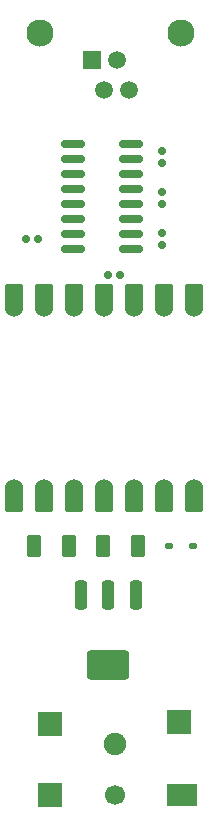
<source format=gbr>
%TF.GenerationSoftware,KiCad,Pcbnew,9.0.2*%
%TF.CreationDate,2025-07-31T19:10:48+02:00*%
%TF.ProjectId,ff-led-panel,66662d6c-6564-42d7-9061-6e656c2e6b69,rev?*%
%TF.SameCoordinates,Original*%
%TF.FileFunction,Soldermask,Top*%
%TF.FilePolarity,Negative*%
%FSLAX46Y46*%
G04 Gerber Fmt 4.6, Leading zero omitted, Abs format (unit mm)*
G04 Created by KiCad (PCBNEW 9.0.2) date 2025-07-31 19:10:48*
%MOMM*%
%LPD*%
G01*
G04 APERTURE LIST*
G04 Aperture macros list*
%AMRoundRect*
0 Rectangle with rounded corners*
0 $1 Rounding radius*
0 $2 $3 $4 $5 $6 $7 $8 $9 X,Y pos of 4 corners*
0 Add a 4 corners polygon primitive as box body*
4,1,4,$2,$3,$4,$5,$6,$7,$8,$9,$2,$3,0*
0 Add four circle primitives for the rounded corners*
1,1,$1+$1,$2,$3*
1,1,$1+$1,$4,$5*
1,1,$1+$1,$6,$7*
1,1,$1+$1,$8,$9*
0 Add four rect primitives between the rounded corners*
20,1,$1+$1,$2,$3,$4,$5,0*
20,1,$1+$1,$4,$5,$6,$7,0*
20,1,$1+$1,$6,$7,$8,$9,0*
20,1,$1+$1,$8,$9,$2,$3,0*%
G04 Aperture macros list end*
%ADD10C,2.300000*%
%ADD11R,1.500000X1.500000*%
%ADD12C,1.500000*%
%ADD13RoundRect,0.250000X0.275000X-0.980000X0.275000X0.980000X-0.275000X0.980000X-0.275000X-0.980000X0*%
%ADD14C,0.500000*%
%ADD15RoundRect,0.250000X1.520000X-0.980000X1.520000X0.980000X-1.520000X0.980000X-1.520000X-0.980000X0*%
%ADD16RoundRect,0.150000X0.825000X0.150000X-0.825000X0.150000X-0.825000X-0.150000X0.825000X-0.150000X0*%
%ADD17RoundRect,0.266521X0.346479X0.671479X-0.346479X0.671479X-0.346479X-0.671479X0.346479X-0.671479X0*%
%ADD18RoundRect,0.131500X0.206500X0.131500X-0.206500X0.131500X-0.206500X-0.131500X0.206500X-0.131500X0*%
%ADD19RoundRect,0.159000X0.189000X-0.159000X0.189000X0.159000X-0.189000X0.159000X-0.189000X-0.159000X0*%
%ADD20RoundRect,0.159000X-0.159000X-0.189000X0.159000X-0.189000X0.159000X0.189000X-0.159000X0.189000X0*%
%ADD21RoundRect,0.159000X0.159000X0.189000X-0.159000X0.189000X-0.159000X-0.189000X0.159000X-0.189000X0*%
%ADD22RoundRect,0.152400X0.609600X-1.063600X0.609600X1.063600X-0.609600X1.063600X-0.609600X-1.063600X0*%
%ADD23C,1.524000*%
%ADD24RoundRect,0.152400X-0.609600X1.063600X-0.609600X-1.063600X0.609600X-1.063600X0.609600X1.063600X0*%
%ADD25C,1.900000*%
%ADD26C,1.700000*%
%ADD27R,2.100000X2.000000*%
%ADD28R,2.500000X1.900000*%
%ADD29R,2.000000X2.000000*%
G04 APERTURE END LIST*
D10*
%TO.C,RS232*%
X141172500Y-74532500D03*
X129172500Y-74532500D03*
D11*
X133642500Y-76832500D03*
D12*
X134662500Y-79372500D03*
X135682500Y-76832500D03*
X136702500Y-79372500D03*
%TD*%
D13*
%TO.C,U3*%
X137300000Y-122140000D03*
X135000000Y-122140000D03*
X132700000Y-122140000D03*
D14*
X134000000Y-128000000D03*
X135000000Y-128000000D03*
D15*
X135000000Y-128000000D03*
D14*
X136000000Y-128000000D03*
%TD*%
D16*
%TO.C,U2*%
X136936800Y-92810000D03*
X136936800Y-91540000D03*
X136936800Y-90270000D03*
X136936800Y-89000000D03*
X136936800Y-87730000D03*
X136936800Y-86460000D03*
X136936800Y-85190000D03*
X136936800Y-83920000D03*
X131986800Y-83920000D03*
X131986800Y-85190000D03*
X131986800Y-86460000D03*
X131986800Y-87730000D03*
X131986800Y-89000000D03*
X131986800Y-90270000D03*
X131986800Y-91540000D03*
X131986800Y-92810000D03*
%TD*%
D17*
%TO.C,C1*%
X131630000Y-118000000D03*
X128670000Y-118000000D03*
%TD*%
D18*
%TO.C,D1*%
X142200000Y-118000000D03*
X140100000Y-118000000D03*
%TD*%
D17*
%TO.C,C2*%
X137480000Y-118000000D03*
X134520000Y-118000000D03*
%TD*%
D19*
%TO.C,C7*%
X139500000Y-85500000D03*
X139500000Y-84500000D03*
%TD*%
D20*
%TO.C,C6*%
X135000000Y-95000000D03*
X136000000Y-95000000D03*
%TD*%
D21*
%TO.C,C3*%
X129000000Y-92000000D03*
X128000000Y-92000000D03*
%TD*%
D19*
%TO.C,C4*%
X139500000Y-92500000D03*
X139500000Y-91500000D03*
%TD*%
D22*
%TO.C,U1*%
X142240000Y-97000000D03*
D23*
X142240000Y-97835000D03*
D22*
X139700000Y-97000000D03*
D23*
X139700000Y-97835000D03*
D22*
X137160000Y-97000000D03*
D23*
X137160000Y-97835000D03*
D22*
X134620000Y-97000000D03*
D23*
X134620000Y-97835000D03*
D22*
X132080000Y-97000000D03*
D23*
X132080000Y-97835000D03*
D22*
X129540000Y-97000000D03*
D23*
X129540000Y-97835000D03*
D22*
X127000000Y-97000000D03*
D23*
X127000000Y-97835000D03*
X127000000Y-113075000D03*
D24*
X127000000Y-113910000D03*
D23*
X129540000Y-113075000D03*
D24*
X129540000Y-113910000D03*
D23*
X132080000Y-113075000D03*
D24*
X132080000Y-113910000D03*
D23*
X134620000Y-113075000D03*
D24*
X134620000Y-113910000D03*
D23*
X137160000Y-113075000D03*
D24*
X137160000Y-113910000D03*
D23*
X139700000Y-113075000D03*
D24*
X139700000Y-113910000D03*
D23*
X142240000Y-113075000D03*
D24*
X142240000Y-113910000D03*
%TD*%
D25*
%TO.C,12V*%
X135550000Y-134700000D03*
D26*
X135550000Y-139000000D03*
D27*
X130050000Y-133000000D03*
X130050000Y-139000000D03*
D28*
X141250000Y-139000000D03*
D29*
X141000000Y-132900000D03*
%TD*%
D19*
%TO.C,C5*%
X139500000Y-89000000D03*
X139500000Y-88000000D03*
%TD*%
M02*

</source>
